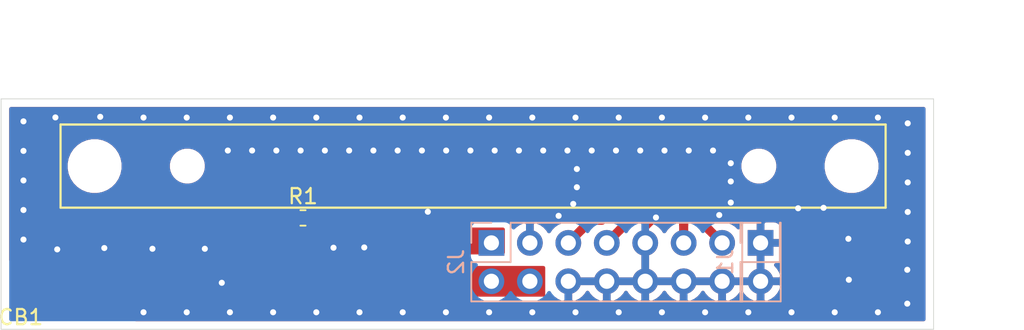
<source format=kicad_pcb>
(kicad_pcb (version 20171130) (host pcbnew 5.1.5+dfsg1-2build2)

  (general
    (thickness 0.5)
    (drawings 7)
    (tracks 115)
    (zones 0)
    (modules 5)
    (nets 9)
  )

  (page A4)
  (title_block
    (title BaSe_SATA_Adapter_V1_1)
    (rev V1_1)
    (company "Gras7 Labs.")
  )

  (layers
    (0 F.Cu signal hide)
    (31 B.Cu signal hide)
    (32 B.Adhes user hide)
    (33 F.Adhes user hide)
    (34 B.Paste user hide)
    (35 F.Paste user hide)
    (36 B.SilkS user hide)
    (37 F.SilkS user hide)
    (38 B.Mask user hide)
    (39 F.Mask user hide)
    (40 Dwgs.User user)
    (41 Cmts.User user hide)
    (42 Eco1.User user hide)
    (43 Eco2.User user hide)
    (44 Edge.Cuts user)
    (45 Margin user hide)
    (46 B.CrtYd user hide)
    (47 F.CrtYd user hide)
    (48 B.Fab user)
    (49 F.Fab user hide)
  )

  (setup
    (last_trace_width 0.25)
    (user_trace_width 0.4)
    (trace_clearance 0.2)
    (zone_clearance 0.508)
    (zone_45_only no)
    (trace_min 0.2)
    (via_size 0.8)
    (via_drill 0.4)
    (via_min_size 0.4)
    (via_min_drill 0.3)
    (uvia_size 0.3)
    (uvia_drill 0.1)
    (uvias_allowed no)
    (uvia_min_size 0.2)
    (uvia_min_drill 0.1)
    (edge_width 0.05)
    (segment_width 0.2)
    (pcb_text_width 0.3)
    (pcb_text_size 1.5 1.5)
    (mod_edge_width 0.12)
    (mod_text_size 1 1)
    (mod_text_width 0.15)
    (pad_size 1.524 1.524)
    (pad_drill 0.762)
    (pad_to_mask_clearance 0.051)
    (solder_mask_min_width 0.25)
    (aux_axis_origin 0 0)
    (visible_elements FFFFFF7F)
    (pcbplotparams
      (layerselection 0x0100c_ffffffff)
      (usegerberextensions false)
      (usegerberattributes false)
      (usegerberadvancedattributes false)
      (creategerberjobfile false)
      (excludeedgelayer true)
      (linewidth 0.100000)
      (plotframeref false)
      (viasonmask false)
      (mode 1)
      (useauxorigin false)
      (hpglpennumber 1)
      (hpglpenspeed 20)
      (hpglpendiameter 15.000000)
      (psnegative false)
      (psa4output false)
      (plotreference true)
      (plotvalue true)
      (plotinvisibletext false)
      (padsonsilk false)
      (subtractmaskfromsilk false)
      (outputformat 1)
      (mirror false)
      (drillshape 0)
      (scaleselection 1)
      (outputdirectory "fabrication/"))
  )

  (net 0 "")
  (net 1 +12V)
  (net 2 GND)
  (net 3 +5V)
  (net 4 /HDD_Rx-)
  (net 5 /HDD_Tx-)
  (net 6 /HDD_Tx+)
  (net 7 /HDD_Rx+)
  (net 8 /SPINUP_HDD)

  (net_class Default "This is the default net class."
    (clearance 0.2)
    (trace_width 0.25)
    (via_dia 0.8)
    (via_drill 0.4)
    (uvia_dia 0.3)
    (uvia_drill 0.1)
    (add_net +12V)
    (add_net +5V)
    (add_net /SPINUP_HDD)
    (add_net GND)
  )

  (net_class SATA_DIFF ""
    (clearance 0.35)
    (trace_width 0.6)
    (via_dia 0.8)
    (via_drill 0.4)
    (uvia_dia 0.3)
    (uvia_drill 0.1)
    (diff_pair_width 0.6)
    (diff_pair_gap 0.35)
    (add_net /HDD_Rx+)
    (add_net /HDD_Rx-)
    (add_net /HDD_Tx+)
    (add_net /HDD_Tx-)
  )

  (module G7_Labels:BaSe_SATA_Adapter_HDD_V1_1 (layer F.Cu) (tedit 5EEFC108) (tstamp 5E8CE222)
    (at 89.06 52.68)
    (path /5EC67178)
    (fp_text reference PCB1 (at 0 0.5) (layer F.SilkS)
      (effects (font (size 1 1) (thickness 0.15)))
    )
    (fp_text value BaSe_SATA_Adapter_HDD_V1_1 (at 10.54 0.32) (layer F.Fab)
      (effects (font (size 1 1) (thickness 0.15)))
    )
    (fp_text user HDD_V1_1 (at 0 -0.18) (layer F.Cu)
      (effects (font (size 1 1) (thickness 0.15)) (justify left))
    )
    (fp_text user BaSe_SATA_ADPT (at 0 -1.905) (layer F.Cu)
      (effects (font (size 1 1) (thickness 0.15)) (justify left))
    )
  )

  (module G7_Custom:Conn_SATA_FEM_3M_5622-2222 (layer F.Cu) (tedit 5E9F08E6) (tstamp 5E8CE254)
    (at 119.44 43.18)
    (path /5E8CCA14)
    (fp_text reference X1 (at -0.635 -12.065) (layer F.SilkS)
      (effects (font (size 1 1) (thickness 0.15)))
    )
    (fp_text value SATA_CONNECTOR_FEM (at 1.26 -2.78) (layer F.Fab)
      (effects (font (size 1 1) (thickness 0.15)))
    )
    (fp_line (start 6.35 -1.27) (end 6.985 -1.27) (layer F.Fab) (width 0.12))
    (fp_line (start 6.35 0.635) (end 6.35 -1.27) (layer F.Fab) (width 0.12))
    (fp_line (start 16.51 0.635) (end 6.35 0.635) (layer F.Fab) (width 0.12))
    (fp_line (start 16.51 0) (end 16.51 0.635) (layer F.Fab) (width 0.12))
    (fp_line (start 6.985 0) (end 16.51 0) (layer F.Fab) (width 0.12))
    (fp_line (start 6.985 -1.27) (end 6.985 0) (layer F.Fab) (width 0.12))
    (fp_line (start 3.175 -1.27) (end 2.54 -1.27) (layer F.Fab) (width 0.12))
    (fp_line (start 3.175 0.635) (end 3.175 -1.27) (layer F.Fab) (width 0.12))
    (fp_line (start -16.51 0.635) (end 3.175 0.635) (layer F.Fab) (width 0.12))
    (fp_line (start -16.51 0) (end -16.51 0.635) (layer F.Fab) (width 0.12))
    (fp_line (start 2.54 0) (end -16.51 0) (layer F.Fab) (width 0.12))
    (fp_line (start 2.54 -1.27) (end 2.54 0) (layer F.Fab) (width 0.12))
    (fp_circle (center -25 0) (end -23.73 0) (layer F.Fab) (width 0.12))
    (fp_circle (center -18.875 0) (end -18.24 0) (layer F.Fab) (width 0.12))
    (fp_circle (center 25 0) (end 26.27 0) (layer F.Fab) (width 0.12))
    (fp_circle (center 18.875 0) (end 19.51 0) (layer F.Fab) (width 0.12))
    (fp_line (start 27.25 -2.75) (end 27.25 2.75) (layer F.SilkS) (width 0.15))
    (fp_line (start -27.25 2.75) (end 27.25 2.75) (layer F.SilkS) (width 0.15))
    (fp_line (start -27.25 -2.75) (end -27.25 2.75) (layer F.SilkS) (width 0.15))
    (fp_line (start -27.25 -2.75) (end 27.25 -2.75) (layer F.SilkS) (width 0.15))
    (pad "" np_thru_hole circle (at 18.875 0) (size 1.3 1.3) (drill 1.3) (layers *.Cu *.Mask))
    (pad "" np_thru_hole circle (at -18.875 0) (size 1.3 1.3) (drill 1.3) (layers *.Cu *.Mask))
    (pad "" np_thru_hole circle (at 25 0) (size 2.55 2.55) (drill 2.55) (layers *.Cu *.Mask))
    (pad "" np_thru_hole circle (at -25 0) (size 2.55 2.55) (drill 2.55) (layers *.Cu *.Mask))
    (pad S7 smd rect (at 8.255 1.175) (size 0.6 2.35) (layers F.Cu F.Paste F.Mask)
      (net 2 GND))
    (pad S6 smd rect (at 9.525 1.175) (size 0.6 2.35) (layers F.Cu F.Paste F.Mask)
      (net 7 /HDD_Rx+))
    (pad S5 smd rect (at 10.795 1.175) (size 0.6 2.35) (layers F.Cu F.Paste F.Mask)
      (net 4 /HDD_Rx-))
    (pad S4 smd rect (at 12.065 1.175) (size 0.6 2.35) (layers F.Cu F.Paste F.Mask)
      (net 2 GND))
    (pad S3 smd rect (at 13.335 1.175) (size 0.6 2.35) (layers F.Cu F.Paste F.Mask)
      (net 5 /HDD_Tx-))
    (pad S2 smd rect (at 14.605 1.175) (size 0.6 2.35) (layers F.Cu F.Paste F.Mask)
      (net 6 /HDD_Tx+))
    (pad S1 smd rect (at 15.875 1.175) (size 0.6 2.35) (layers F.Cu F.Paste F.Mask)
      (net 2 GND))
    (pad P15 smd rect (at -15.875 1.175) (size 0.6 2.35) (layers F.Cu F.Paste F.Mask)
      (net 1 +12V))
    (pad P14 smd rect (at -14.605 1.175) (size 0.6 2.35) (layers F.Cu F.Paste F.Mask)
      (net 1 +12V))
    (pad P13 smd rect (at -13.335 1.175) (size 0.6 2.35) (layers F.Cu F.Paste F.Mask)
      (net 1 +12V))
    (pad P12 smd rect (at -12.065 1.175) (size 0.6 2.35) (layers F.Cu F.Paste F.Mask)
      (net 2 GND))
    (pad P11 smd rect (at -10.795 1.175) (size 0.6 2.35) (layers F.Cu F.Paste F.Mask)
      (net 8 /SPINUP_HDD))
    (pad P10 smd rect (at -9.525 1.175) (size 0.6 2.35) (layers F.Cu F.Paste F.Mask)
      (net 2 GND))
    (pad P9 smd rect (at -8.255 1.175) (size 0.6 2.35) (layers F.Cu F.Paste F.Mask)
      (net 3 +5V))
    (pad P8 smd rect (at -6.985 1.175) (size 0.6 2.35) (layers F.Cu F.Paste F.Mask)
      (net 3 +5V))
    (pad P7 smd rect (at -5.715 1.175) (size 0.6 2.35) (layers F.Cu F.Paste F.Mask)
      (net 3 +5V))
    (pad P6 smd rect (at -4.445 1.175) (size 0.6 2.35) (layers F.Cu F.Paste F.Mask)
      (net 2 GND))
    (pad P5 smd rect (at -3.175 1.175) (size 0.6 2.35) (layers F.Cu F.Paste F.Mask)
      (net 2 GND))
    (pad P4 smd rect (at -1.905 1.175) (size 0.6 2.35) (layers F.Cu F.Paste F.Mask)
      (net 2 GND))
    (pad P3 smd rect (at -0.635 1.175) (size 0.6 2.35) (layers F.Cu F.Paste F.Mask))
    (pad P2 smd rect (at 0.635 1.175) (size 0.6 2.35) (layers F.Cu F.Paste F.Mask))
    (pad P1 smd rect (at 1.9 1.175) (size 0.6 2.35) (layers F.Cu F.Paste F.Mask))
    (model ${G7_3D}/10_Elektronik/11_Steckverbinder/SATA_FEMALE_3M_Vertical5622-2222-XX_step.stp
      (offset (xyz 0 0.7 0))
      (scale (xyz 1 1 1))
      (rotate (xyz 90 0 180))
    )
  )

  (module G7_Custom:Conn_Spring_MaxMill_823-22-014-10-001101 (layer B.Cu) (tedit 5E9C78CF) (tstamp 5E9CD227)
    (at 120.65 48.26 270)
    (descr "Through hole straight pin header, 2x07, 2.54mm pitch, double rows")
    (tags "Through hole pin header THT 2x07 2.54mm double row")
    (path /5E9DC9EE)
    (fp_text reference J2 (at 1.27 2.33 270) (layer B.SilkS)
      (effects (font (size 1 1) (thickness 0.15)) (justify mirror))
    )
    (fp_text value 823-22-014-10-001101 (at -2.46 -5.55) (layer B.Fab)
      (effects (font (size 1 1) (thickness 0.15)) (justify mirror))
    )
    (fp_text user %R (at 1.27 -7.62) (layer B.Fab)
      (effects (font (size 1 1) (thickness 0.15)) (justify mirror))
    )
    (fp_line (start 4.35 1.8) (end -1.8 1.8) (layer B.CrtYd) (width 0.05))
    (fp_line (start 4.35 -17.05) (end 4.35 1.8) (layer B.CrtYd) (width 0.05))
    (fp_line (start -1.8 -17.05) (end 4.35 -17.05) (layer B.CrtYd) (width 0.05))
    (fp_line (start -1.8 1.8) (end -1.8 -17.05) (layer B.CrtYd) (width 0.05))
    (fp_line (start -1.33 1.33) (end 0 1.33) (layer B.SilkS) (width 0.12))
    (fp_line (start -1.33 0) (end -1.33 1.33) (layer B.SilkS) (width 0.12))
    (fp_line (start 1.27 1.33) (end 3.87 1.33) (layer B.SilkS) (width 0.12))
    (fp_line (start 1.27 -1.27) (end 1.27 1.33) (layer B.SilkS) (width 0.12))
    (fp_line (start -1.33 -1.27) (end 1.27 -1.27) (layer B.SilkS) (width 0.12))
    (fp_line (start 3.87 1.33) (end 3.87 -16.57) (layer B.SilkS) (width 0.12))
    (fp_line (start -1.33 -1.27) (end -1.33 -16.57) (layer B.SilkS) (width 0.12))
    (fp_line (start -1.33 -16.57) (end 3.87 -16.57) (layer B.SilkS) (width 0.12))
    (fp_line (start -1.27 0) (end 0 1.27) (layer B.Fab) (width 0.1))
    (fp_line (start -1.27 -16.51) (end -1.27 0) (layer B.Fab) (width 0.1))
    (fp_line (start 3.81 -16.51) (end -1.27 -16.51) (layer B.Fab) (width 0.1))
    (fp_line (start 3.81 1.27) (end 3.81 -16.51) (layer B.Fab) (width 0.1))
    (fp_line (start 0 1.27) (end 3.81 1.27) (layer B.Fab) (width 0.1))
    (pad 14 thru_hole oval (at 2.54 -15.24 270) (size 1.7 1.7) (drill 1) (layers *.Cu *.Mask)
      (net 2 GND))
    (pad 13 thru_hole oval (at 0 -15.24 270) (size 1.7 1.7) (drill 1) (layers *.Cu *.Mask)
      (net 6 /HDD_Tx+))
    (pad 12 thru_hole oval (at 2.54 -12.7 270) (size 1.7 1.7) (drill 1) (layers *.Cu *.Mask)
      (net 2 GND))
    (pad 11 thru_hole oval (at 0 -12.7 270) (size 1.7 1.7) (drill 1) (layers *.Cu *.Mask)
      (net 5 /HDD_Tx-))
    (pad 10 thru_hole oval (at 2.54 -10.16 270) (size 1.7 1.7) (drill 1) (layers *.Cu *.Mask)
      (net 2 GND))
    (pad 9 thru_hole oval (at 0 -10.16 270) (size 1.7 1.7) (drill 1) (layers *.Cu *.Mask)
      (net 2 GND))
    (pad 8 thru_hole oval (at 2.54 -7.62 270) (size 1.7 1.7) (drill 1) (layers *.Cu *.Mask)
      (net 2 GND))
    (pad 7 thru_hole oval (at 0 -7.62 270) (size 1.7 1.7) (drill 1) (layers *.Cu *.Mask)
      (net 4 /HDD_Rx-))
    (pad 6 thru_hole oval (at 2.54 -5.08 270) (size 1.7 1.7) (drill 1) (layers *.Cu *.Mask)
      (net 2 GND))
    (pad 5 thru_hole oval (at 0 -5.08 270) (size 1.7 1.7) (drill 1) (layers *.Cu *.Mask)
      (net 7 /HDD_Rx+))
    (pad 4 thru_hole oval (at 2.54 -2.54 270) (size 1.7 1.7) (drill 1) (layers *.Cu *.Mask)
      (net 1 +12V))
    (pad 3 thru_hole oval (at 0 -2.54 270) (size 1.7 1.7) (drill 1) (layers *.Cu *.Mask)
      (net 2 GND))
    (pad 2 thru_hole oval (at 2.54 0 270) (size 1.7 1.7) (drill 1) (layers *.Cu *.Mask)
      (net 1 +12V))
    (pad 1 thru_hole rect (at 0 0 270) (size 1.7 1.7) (drill 1) (layers *.Cu *.Mask)
      (net 3 +5V))
    (model ${G7_3D}/10_Elektronik/11_Steckverbinder/conn_spring_MaxMill_823-22-014-10-001101.stp
      (offset (xyz 1.27 -7.62 0))
      (scale (xyz 1 1 1))
      (rotate (xyz 0 0 0))
    )
  )

  (module G7_Custom:Conn_Spring_MaxMill_821-22-002-10-002101 (layer B.Cu) (tedit 5E9C7928) (tstamp 5E9CD203)
    (at 138.43 48.26 270)
    (descr "Through hole straight pin header, 2x01, 2.54mm pitch, double rows")
    (tags "Through hole pin header THT 2x01 2.54mm double row")
    (path /5E9DE9DB)
    (fp_text reference J1 (at 1.27 2.33 270) (layer B.SilkS)
      (effects (font (size 1 1) (thickness 0.15)) (justify mirror))
    )
    (fp_text value 821-22-002-10-004101 (at 4.94 -1.17) (layer B.Fab)
      (effects (font (size 1 1) (thickness 0.15)) (justify mirror))
    )
    (fp_text user %R (at 1.27 0) (layer B.Fab)
      (effects (font (size 1 1) (thickness 0.15)) (justify mirror))
    )
    (fp_line (start 4.35 1.8) (end -1.8 1.8) (layer B.CrtYd) (width 0.05))
    (fp_line (start 4.35 -1.8) (end 4.35 1.8) (layer B.CrtYd) (width 0.05))
    (fp_line (start -1.8 -1.8) (end 4.35 -1.8) (layer B.CrtYd) (width 0.05))
    (fp_line (start -1.8 1.8) (end -1.8 -1.8) (layer B.CrtYd) (width 0.05))
    (fp_line (start -1.33 1.33) (end 0 1.33) (layer B.SilkS) (width 0.12))
    (fp_line (start -1.33 0) (end -1.33 1.33) (layer B.SilkS) (width 0.12))
    (fp_line (start 1.27 1.33) (end 3.87 1.33) (layer B.SilkS) (width 0.12))
    (fp_line (start 1.27 -1.27) (end 1.27 1.33) (layer B.SilkS) (width 0.12))
    (fp_line (start -1.33 -1.27) (end 1.27 -1.27) (layer B.SilkS) (width 0.12))
    (fp_line (start 3.87 1.33) (end 3.87 -1.33) (layer B.SilkS) (width 0.12))
    (fp_line (start -1.33 -1.27) (end -1.33 -1.33) (layer B.SilkS) (width 0.12))
    (fp_line (start -1.33 -1.33) (end 3.87 -1.33) (layer B.SilkS) (width 0.12))
    (fp_line (start -1.27 0) (end 0 1.27) (layer B.Fab) (width 0.1))
    (fp_line (start -1.27 -1.27) (end -1.27 0) (layer B.Fab) (width 0.1))
    (fp_line (start 3.81 -1.27) (end -1.27 -1.27) (layer B.Fab) (width 0.1))
    (fp_line (start 3.81 1.27) (end 3.81 -1.27) (layer B.Fab) (width 0.1))
    (fp_line (start 0 1.27) (end 3.81 1.27) (layer B.Fab) (width 0.1))
    (pad 2 thru_hole oval (at 2.54 0 270) (size 1.7 1.7) (drill 1) (layers *.Cu *.Mask)
      (net 2 GND))
    (pad 1 thru_hole rect (at 0 0 270) (size 1.7 1.7) (drill 1) (layers *.Cu *.Mask)
      (net 2 GND))
    (model ${G7_3D}/10_Elektronik/11_Steckverbinder/conn_Spring_MaxMill_821-22-002-10-002101.stp
      (offset (xyz 1.27 0 0))
      (scale (xyz 1 1 1))
      (rotate (xyz 0 0 0))
    )
  )

  (module Resistor_SMD:R_0603_1608Metric_Pad1.05x0.95mm_HandSolder (layer F.Cu) (tedit 5B301BBD) (tstamp 5E93C4CB)
    (at 108.204 46.609)
    (descr "Resistor SMD 0603 (1608 Metric), square (rectangular) end terminal, IPC_7351 nominal with elongated pad for handsoldering. (Body size source: http://www.tortai-tech.com/upload/download/2011102023233369053.pdf), generated with kicad-footprint-generator")
    (tags "resistor handsolder")
    (path /5E915DDE)
    (attr smd)
    (fp_text reference R1 (at 0 -1.43) (layer F.SilkS)
      (effects (font (size 1 1) (thickness 0.15)))
    )
    (fp_text value No (at 0 1.43) (layer F.Fab)
      (effects (font (size 1 1) (thickness 0.15)))
    )
    (fp_text user %R (at 0 0) (layer F.Fab)
      (effects (font (size 0.4 0.4) (thickness 0.06)))
    )
    (fp_line (start 1.65 0.73) (end -1.65 0.73) (layer F.CrtYd) (width 0.05))
    (fp_line (start 1.65 -0.73) (end 1.65 0.73) (layer F.CrtYd) (width 0.05))
    (fp_line (start -1.65 -0.73) (end 1.65 -0.73) (layer F.CrtYd) (width 0.05))
    (fp_line (start -1.65 0.73) (end -1.65 -0.73) (layer F.CrtYd) (width 0.05))
    (fp_line (start -0.171267 0.51) (end 0.171267 0.51) (layer F.SilkS) (width 0.12))
    (fp_line (start -0.171267 -0.51) (end 0.171267 -0.51) (layer F.SilkS) (width 0.12))
    (fp_line (start 0.8 0.4) (end -0.8 0.4) (layer F.Fab) (width 0.1))
    (fp_line (start 0.8 -0.4) (end 0.8 0.4) (layer F.Fab) (width 0.1))
    (fp_line (start -0.8 -0.4) (end 0.8 -0.4) (layer F.Fab) (width 0.1))
    (fp_line (start -0.8 0.4) (end -0.8 -0.4) (layer F.Fab) (width 0.1))
    (pad 2 smd roundrect (at 0.875 0) (size 1.05 0.95) (layers F.Cu F.Paste F.Mask) (roundrect_rratio 0.25)
      (net 8 /SPINUP_HDD))
    (pad 1 smd roundrect (at -0.875 0) (size 1.05 0.95) (layers F.Cu F.Paste F.Mask) (roundrect_rratio 0.25)
      (net 2 GND))
    (model ${KISYS3DMOD}/Resistor_SMD.3dshapes/R_0603_1608Metric.wrl
      (at (xyz 0 0 0))
      (scale (xyz 1 1 1))
      (rotate (xyz 0 0 0))
    )
  )

  (gr_text long (at 141.57 49.44 90) (layer F.Cu)
    (effects (font (size 1.2 1.2) (thickness 0.25)))
  )
  (dimension 15.24 (width 0.15) (layer Dwgs.User)
    (gr_text "15,240 mm" (at 154.49 46.355 270) (layer Dwgs.User)
      (effects (font (size 1 1) (thickness 0.15)))
    )
    (feature1 (pts (xy 149.86 53.975) (xy 153.776421 53.975)))
    (feature2 (pts (xy 149.86 38.735) (xy 153.776421 38.735)))
    (crossbar (pts (xy 153.19 38.735) (xy 153.19 53.975)))
    (arrow1a (pts (xy 153.19 53.975) (xy 152.603579 52.848496)))
    (arrow1b (pts (xy 153.19 53.975) (xy 153.776421 52.848496)))
    (arrow2a (pts (xy 153.19 38.735) (xy 152.603579 39.861504)))
    (arrow2b (pts (xy 153.19 38.735) (xy 153.776421 39.861504)))
  )
  (dimension 61.595 (width 0.15) (layer Dwgs.User)
    (gr_text "61,595 mm" (at 119.0625 32.89) (layer Dwgs.User)
      (effects (font (size 1 1) (thickness 0.15)))
    )
    (feature1 (pts (xy 149.86 38.735) (xy 149.86 33.603579)))
    (feature2 (pts (xy 88.265 38.735) (xy 88.265 33.603579)))
    (crossbar (pts (xy 88.265 34.19) (xy 149.86 34.19)))
    (arrow1a (pts (xy 149.86 34.19) (xy 148.733496 34.776421)))
    (arrow1b (pts (xy 149.86 34.19) (xy 148.733496 33.603579)))
    (arrow2a (pts (xy 88.265 34.19) (xy 89.391504 34.776421)))
    (arrow2b (pts (xy 88.265 34.19) (xy 89.391504 33.603579)))
  )
  (gr_line (start 88.265 53.975) (end 88.265 38.735) (layer Edge.Cuts) (width 0.05) (tstamp 5E8FD5DF))
  (gr_line (start 149.86 53.975) (end 88.265 53.975) (layer Edge.Cuts) (width 0.05))
  (gr_line (start 149.86 38.735) (end 149.86 53.975) (layer Edge.Cuts) (width 0.05))
  (gr_line (start 88.265 38.735) (end 149.86 38.735) (layer Edge.Cuts) (width 0.05))

  (via (at 148.15 42.305) (size 0.8) (drill 0.4) (layers F.Cu B.Cu) (net 2) (tstamp 5EF01BDF))
  (via (at 148.15 48.17) (size 0.8) (drill 0.4) (layers F.Cu B.Cu) (net 2) (tstamp 5EF01BE0))
  (via (at 148.15 44.26) (size 0.8) (drill 0.4) (layers F.Cu B.Cu) (net 2) (tstamp 5EF01BE1))
  (via (at 148.15 46.215) (size 0.8) (drill 0.4) (layers F.Cu B.Cu) (net 2) (tstamp 5EF01BE2))
  (via (at 148.15 40.35) (size 0.8) (drill 0.4) (layers F.Cu B.Cu) (net 2) (tstamp 5EF01BE3))
  (via (at 106.230587 39.97) (size 0.8) (drill 0.4) (layers F.Cu B.Cu) (net 2) (tstamp 5EF01EDB))
  (via (at 146.18 39.97) (size 0.8) (drill 0.4) (layers F.Cu B.Cu) (net 2) (tstamp 5EF01EDC))
  (via (at 143.326464 39.97) (size 0.8) (drill 0.4) (layers F.Cu B.Cu) (net 2) (tstamp 5EF01EDD))
  (via (at 120.498232 39.97) (size 0.8) (drill 0.4) (layers F.Cu B.Cu) (net 2) (tstamp 5EF01EDE))
  (via (at 103.377058 39.97) (size 0.8) (drill 0.4) (layers F.Cu B.Cu) (net 2) (tstamp 5EF01EDF))
  (via (at 123.351761 39.97) (size 0.8) (drill 0.4) (layers F.Cu B.Cu) (net 2) (tstamp 5EF01EE0))
  (via (at 117.644703 39.97) (size 0.8) (drill 0.4) (layers F.Cu B.Cu) (net 2) (tstamp 5EF01EE1))
  (via (at 137.619406 39.97) (size 0.8) (drill 0.4) (layers F.Cu B.Cu) (net 2) (tstamp 5EF01EE2))
  (via (at 109.084116 39.97) (size 0.8) (drill 0.4) (layers F.Cu B.Cu) (net 2) (tstamp 5EF01EE3))
  (via (at 140.472935 39.97) (size 0.8) (drill 0.4) (layers F.Cu B.Cu) (net 2) (tstamp 5EF01EE4))
  (via (at 134.765877 39.97) (size 0.8) (drill 0.4) (layers F.Cu B.Cu) (net 2) (tstamp 5EF01EE5))
  (via (at 131.912348 39.97) (size 0.8) (drill 0.4) (layers F.Cu B.Cu) (net 2) (tstamp 5EF01EE6))
  (via (at 126.20529 39.97) (size 0.8) (drill 0.4) (layers F.Cu B.Cu) (net 2) (tstamp 5EF01EE7))
  (via (at 111.937645 39.97) (size 0.8) (drill 0.4) (layers F.Cu B.Cu) (net 2) (tstamp 5EF01EE8))
  (via (at 97.67 39.97) (size 0.8) (drill 0.4) (layers F.Cu B.Cu) (net 2) (tstamp 5EF01EE9))
  (via (at 114.791174 39.97) (size 0.8) (drill 0.4) (layers F.Cu B.Cu) (net 2) (tstamp 5EF01EEA))
  (via (at 129.058819 39.97) (size 0.8) (drill 0.4) (layers F.Cu B.Cu) (net 2) (tstamp 5EF01EEB))
  (via (at 100.523529 39.97) (size 0.8) (drill 0.4) (layers F.Cu B.Cu) (net 2) (tstamp 5EF01EEC))
  (via (at 125.67395 42.151) (size 0.8) (drill 0.4) (layers F.Cu B.Cu) (net 2))
  (via (at 125.09 46.47) (size 0.8) (drill 0.4) (layers F.Cu B.Cu) (net 2))
  (via (at 131.52 46.58) (size 0.8) (drill 0.4) (layers F.Cu B.Cu) (net 2))
  (via (at 127.276375 42.151) (size 0.8) (drill 0.4) (layers F.Cu B.Cu) (net 2))
  (via (at 128.8788 42.151) (size 0.8) (drill 0.4) (layers F.Cu B.Cu) (net 2))
  (via (at 130.481225 42.151) (size 0.8) (drill 0.4) (layers F.Cu B.Cu) (net 2))
  (via (at 132.08365 42.151) (size 0.8) (drill 0.4) (layers F.Cu B.Cu) (net 2))
  (via (at 133.686075 42.151) (size 0.8) (drill 0.4) (layers F.Cu B.Cu) (net 2))
  (via (at 135.2885 42.151) (size 0.8) (drill 0.4) (layers F.Cu B.Cu) (net 2))
  (via (at 135.6995 46.4185) (size 0.8) (drill 0.4) (layers F.Cu B.Cu) (net 2))
  (via (at 136.4615 45.593) (size 0.8) (drill 0.4) (layers F.Cu B.Cu) (net 2))
  (via (at 136.4615 42.9895) (size 0.8) (drill 0.4) (layers F.Cu B.Cu) (net 2))
  (via (at 136.4615 44.196) (size 0.8) (drill 0.4) (layers F.Cu B.Cu) (net 2))
  (via (at 126.295 43.373) (size 0.8) (drill 0.4) (layers F.Cu B.Cu) (net 2))
  (via (at 126.295 44.5795) (size 0.8) (drill 0.4) (layers F.Cu B.Cu) (net 2))
  (via (at 126.055 45.6825) (size 0.8) (drill 0.4) (layers F.Cu B.Cu) (net 2))
  (via (at 103.24 42.151) (size 0.8) (drill 0.4) (layers F.Cu B.Cu) (net 2))
  (via (at 104.842425 42.151) (size 0.8) (drill 0.4) (layers F.Cu B.Cu) (net 2))
  (via (at 106.44485 42.151) (size 0.8) (drill 0.4) (layers F.Cu B.Cu) (net 2))
  (via (at 108.047275 42.151) (size 0.8) (drill 0.4) (layers F.Cu B.Cu) (net 2))
  (via (at 109.6497 42.151) (size 0.8) (drill 0.4) (layers F.Cu B.Cu) (net 2))
  (via (at 111.252125 42.151) (size 0.8) (drill 0.4) (layers F.Cu B.Cu) (net 2))
  (via (at 112.85455 42.151) (size 0.8) (drill 0.4) (layers F.Cu B.Cu) (net 2))
  (via (at 114.456975 42.151) (size 0.8) (drill 0.4) (layers F.Cu B.Cu) (net 2))
  (via (at 116.0594 42.151) (size 0.8) (drill 0.4) (layers F.Cu B.Cu) (net 2))
  (via (at 117.661825 42.151) (size 0.8) (drill 0.4) (layers F.Cu B.Cu) (net 2))
  (via (at 119.26425 42.151) (size 0.8) (drill 0.4) (layers F.Cu B.Cu) (net 2))
  (via (at 120.866675 42.151) (size 0.8) (drill 0.4) (layers F.Cu B.Cu) (net 2))
  (via (at 122.4691 42.151) (size 0.8) (drill 0.4) (layers F.Cu B.Cu) (net 2))
  (via (at 124.071525 42.151) (size 0.8) (drill 0.4) (layers F.Cu B.Cu) (net 2))
  (via (at 89.74 40.22) (size 0.8) (drill 0.4) (layers F.Cu B.Cu) (net 2))
  (via (at 89.74 42.175) (size 0.8) (drill 0.4) (layers F.Cu B.Cu) (net 2))
  (via (at 89.74 44.13) (size 0.8) (drill 0.4) (layers F.Cu B.Cu) (net 2))
  (via (at 89.74 46.085) (size 0.8) (drill 0.4) (layers F.Cu B.Cu) (net 2))
  (via (at 89.74 48.04) (size 0.8) (drill 0.4) (layers F.Cu B.Cu) (net 2))
  (via (at 148.12 50.04) (size 0.8) (drill 0.4) (layers F.Cu B.Cu) (net 2))
  (via (at 148.12 52.28) (size 0.8) (drill 0.4) (layers F.Cu B.Cu) (net 2))
  (via (at 97.67 52.85) (size 0.8) (drill 0.4) (layers F.Cu B.Cu) (net 2))
  (via (at 100.523529 52.85) (size 0.8) (drill 0.4) (layers F.Cu B.Cu) (net 2))
  (via (at 103.377058 52.85) (size 0.8) (drill 0.4) (layers F.Cu B.Cu) (net 2))
  (via (at 109.084116 52.85) (size 0.8) (drill 0.4) (layers F.Cu B.Cu) (net 2))
  (via (at 111.937645 52.85) (size 0.8) (drill 0.4) (layers F.Cu B.Cu) (net 2))
  (via (at 114.791174 52.85) (size 0.8) (drill 0.4) (layers F.Cu B.Cu) (net 2))
  (via (at 106.230587 52.85) (size 0.8) (drill 0.4) (layers F.Cu B.Cu) (net 2))
  (via (at 117.644703 52.85) (size 0.8) (drill 0.4) (layers F.Cu B.Cu) (net 2))
  (via (at 120.498232 52.85) (size 0.8) (drill 0.4) (layers F.Cu B.Cu) (net 2))
  (via (at 123.351761 52.85) (size 0.8) (drill 0.4) (layers F.Cu B.Cu) (net 2))
  (via (at 126.20529 52.85) (size 0.8) (drill 0.4) (layers F.Cu B.Cu) (net 2))
  (via (at 129.058819 52.85) (size 0.8) (drill 0.4) (layers F.Cu B.Cu) (net 2))
  (via (at 131.912348 52.85) (size 0.8) (drill 0.4) (layers F.Cu B.Cu) (net 2))
  (via (at 134.765877 52.85) (size 0.8) (drill 0.4) (layers F.Cu B.Cu) (net 2))
  (via (at 137.619406 52.85) (size 0.8) (drill 0.4) (layers F.Cu B.Cu) (net 2))
  (via (at 140.472935 52.85) (size 0.8) (drill 0.4) (layers F.Cu B.Cu) (net 2))
  (via (at 143.326464 52.85) (size 0.8) (drill 0.4) (layers F.Cu B.Cu) (net 2))
  (via (at 146.18 52.85) (size 0.8) (drill 0.4) (layers F.Cu B.Cu) (net 2))
  (via (at 94.81 39.92) (size 0.8) (drill 0.4) (layers F.Cu B.Cu) (net 2))
  (via (at 91.85 39.96) (size 0.8) (drill 0.4) (layers F.Cu B.Cu) (net 2))
  (via (at 91.97 48.69) (size 0.8) (drill 0.4) (layers F.Cu B.Cu) (net 2))
  (via (at 95.08 48.6) (size 0.8) (drill 0.4) (layers F.Cu B.Cu) (net 2))
  (via (at 98.26 48.65) (size 0.8) (drill 0.4) (layers F.Cu B.Cu) (net 2))
  (via (at 101.72 48.65) (size 0.8) (drill 0.4) (layers F.Cu B.Cu) (net 2))
  (via (at 102.84 50.9) (size 0.8) (drill 0.4) (layers F.Cu B.Cu) (net 2))
  (via (at 112.25 48.56) (size 0.8) (drill 0.4) (layers F.Cu B.Cu) (net 2))
  (via (at 110.22 48.58) (size 0.8) (drill 0.4) (layers F.Cu B.Cu) (net 2))
  (via (at 116.45 46.2) (size 0.8) (drill 0.4) (layers F.Cu B.Cu) (net 2))
  (via (at 140.91 45.97) (size 0.8) (drill 0.4) (layers F.Cu B.Cu) (net 2))
  (via (at 142.59 45.94) (size 0.8) (drill 0.4) (layers F.Cu B.Cu) (net 2))
  (via (at 144.23 47.99) (size 0.8) (drill 0.4) (layers F.Cu B.Cu) (net 2))
  (via (at 144.26 50.7) (size 0.8) (drill 0.4) (layers F.Cu B.Cu) (net 2))
  (segment (start 130.81 47.29) (end 131.52 46.58) (width 0.4) (layer F.Cu) (net 2))
  (segment (start 130.81 48.26) (end 130.81 47.29) (width 0.4) (layer F.Cu) (net 2))
  (segment (start 129.119999 47.410001) (end 128.27 48.26) (width 0.6) (layer F.Cu) (net 4))
  (segment (start 129.91501 46.61499) (end 129.119999 47.410001) (width 0.6) (layer F.Cu) (net 4))
  (segment (start 129.91501 45.39499) (end 129.91501 46.61499) (width 0.6) (layer F.Cu) (net 4))
  (segment (start 130.235 45.075) (end 129.91501 45.39499) (width 0.6) (layer F.Cu) (net 4))
  (segment (start 130.235 44.355) (end 130.235 45.075) (width 0.6) (layer F.Cu) (net 4))
  (segment (start 133.35 47.057919) (end 133.35 48.26) (width 0.6) (layer F.Cu) (net 5))
  (segment (start 133.35 46.134498) (end 133.35 47.057919) (width 0.6) (layer F.Cu) (net 5))
  (segment (start 132.775 45.559498) (end 133.35 46.134498) (width 0.6) (layer F.Cu) (net 5))
  (segment (start 132.775 44.355) (end 132.775 45.559498) (width 0.6) (layer F.Cu) (net 5))
  (segment (start 135.040001 47.410001) (end 135.89 48.26) (width 0.6) (layer F.Cu) (net 6))
  (segment (start 134.3 46.67) (end 135.040001 47.410001) (width 0.6) (layer F.Cu) (net 6))
  (segment (start 134.3 45.740981) (end 134.3 46.67) (width 0.6) (layer F.Cu) (net 6))
  (segment (start 134.045 45.485981) (end 134.3 45.740981) (width 0.6) (layer F.Cu) (net 6))
  (segment (start 134.045 44.355) (end 134.045 45.485981) (width 0.6) (layer F.Cu) (net 6))
  (segment (start 127.230001 46.759999) (end 126.579999 47.410001) (width 0.6) (layer F.Cu) (net 7))
  (segment (start 127.935003 46.759999) (end 127.230001 46.759999) (width 0.6) (layer F.Cu) (net 7))
  (segment (start 126.579999 47.410001) (end 125.73 48.26) (width 0.6) (layer F.Cu) (net 7))
  (segment (start 128.965 45.730002) (end 127.935003 46.759999) (width 0.6) (layer F.Cu) (net 7))
  (segment (start 128.965 44.355) (end 128.965 45.730002) (width 0.6) (layer F.Cu) (net 7))
  (segment (start 108.645 46.175) (end 109.079 46.609) (width 0.25) (layer F.Cu) (net 8))
  (segment (start 108.645 44.355) (end 108.645 46.175) (width 0.25) (layer F.Cu) (net 8))

  (zone (net 1) (net_name +12V) (layer F.Cu) (tstamp 5EFD04DF) (hatch edge 0.508)
    (priority 2)
    (connect_pads yes (clearance 0.508))
    (min_thickness 0.254)
    (fill yes (arc_segments 32) (thermal_gap 0.508) (thermal_bridge_width 0.508))
    (polygon
      (pts
        (xy 106.553 46.736) (xy 109.601 49.784) (xy 124.206 49.784) (xy 124.206 51.816) (xy 112.141 51.816)
        (xy 107.188 51.689) (xy 102.997 47.879) (xy 102.997 45.847) (xy 102.997 43.053) (xy 106.553 43.053)
      )
    )
    (filled_polygon
      (pts
        (xy 104.740486 43.186) (xy 104.944364 43.186) (xy 104.974528 43.18) (xy 106.312747 43.18) (xy 106.342911 43.186)
        (xy 106.426 43.186) (xy 106.426 45.749404) (xy 106.422377 45.752377) (xy 106.313488 45.885058) (xy 106.232577 46.036433)
        (xy 106.182752 46.200684) (xy 106.165928 46.3715) (xy 106.165928 46.8465) (xy 106.182752 47.017316) (xy 106.232577 47.181567)
        (xy 106.313488 47.332942) (xy 106.422377 47.465623) (xy 106.555058 47.574512) (xy 106.706433 47.655423) (xy 106.870684 47.705248)
        (xy 107.0415 47.722072) (xy 107.359466 47.722072) (xy 109.511197 49.873803) (xy 109.530443 49.889597) (xy 109.552399 49.901333)
        (xy 109.576224 49.90856) (xy 109.601 49.911) (xy 124.079 49.911) (xy 124.079 51.689) (xy 112.142617 51.689)
        (xy 107.238476 51.563253) (xy 103.124 47.82282) (xy 103.124 43.183203) (xy 103.138061 43.186) (xy 103.341939 43.186)
        (xy 103.372103 43.18) (xy 104.710322 43.18)
      )
    )
  )
  (zone (net 3) (net_name +5V) (layer F.Cu) (tstamp 5EFD04DC) (hatch edge 0.508)
    (priority 2)
    (connect_pads yes (clearance 0.508))
    (min_thickness 0.254)
    (fill yes (arc_segments 32) (thermal_gap 0.508) (thermal_bridge_width 0.508))
    (polygon
      (pts
        (xy 114.173 45.593) (xy 115.824 47.244) (xy 121.539 47.244) (xy 121.539 49.022) (xy 114.554 49.022)
        (xy 110.871 45.466) (xy 110.871 43.18) (xy 114.046 43.18)
      )
    )
    (filled_polygon
      (pts
        (xy 114.046176 45.599675) (xy 114.049915 45.624289) (xy 114.058384 45.6477) (xy 114.071258 45.66901) (xy 114.074856 45.673167)
        (xy 114.105498 45.77418) (xy 114.164463 45.884494) (xy 114.243815 45.981185) (xy 114.340506 46.060537) (xy 114.45082 46.119502)
        (xy 114.549974 46.14958) (xy 115.734197 47.333803) (xy 115.753443 47.349597) (xy 115.775399 47.361333) (xy 115.799224 47.36856)
        (xy 115.824 47.371) (xy 121.412 47.371) (xy 121.412 48.895) (xy 114.605305 48.895) (xy 110.998 45.412085)
        (xy 110.998 43.307) (xy 113.925509 43.307)
      )
    )
  )
  (zone (net 2) (net_name GND) (layer F.Cu) (tstamp 5EFD04D9) (hatch edge 0.508)
    (connect_pads (clearance 0.508))
    (min_thickness 0.254)
    (fill yes (arc_segments 32) (thermal_gap 0.508) (thermal_bridge_width 0.508))
    (polygon
      (pts
        (xy 149.86 53.975) (xy 88.265 53.975) (xy 88.265 38.735) (xy 149.86 38.735)
      )
    )
    (filled_polygon
      (pts
        (xy 149.200001 53.315) (xy 97.178333 53.315) (xy 97.178333 52.3025) (xy 102.130714 52.3025) (xy 102.130714 49.3825)
        (xy 88.925 49.3825) (xy 88.925 42.991881) (xy 92.53 42.991881) (xy 92.53 43.368119) (xy 92.6034 43.737127)
        (xy 92.74738 44.084724) (xy 92.956406 44.397554) (xy 93.222446 44.663594) (xy 93.535276 44.87262) (xy 93.882873 45.0166)
        (xy 94.251881 45.09) (xy 94.628119 45.09) (xy 94.997127 45.0166) (xy 95.344724 44.87262) (xy 95.657554 44.663594)
        (xy 95.923594 44.397554) (xy 96.13262 44.084724) (xy 96.2766 43.737127) (xy 96.35 43.368119) (xy 96.35 43.053439)
        (xy 99.28 43.053439) (xy 99.28 43.306561) (xy 99.329381 43.554821) (xy 99.426247 43.788676) (xy 99.566875 43.99914)
        (xy 99.74586 44.178125) (xy 99.956324 44.318753) (xy 100.190179 44.415619) (xy 100.438439 44.465) (xy 100.691561 44.465)
        (xy 100.939821 44.415619) (xy 101.173676 44.318753) (xy 101.38414 44.178125) (xy 101.563125 43.99914) (xy 101.703753 43.788676)
        (xy 101.800619 43.554821) (xy 101.85 43.306561) (xy 101.85 43.053439) (xy 101.849913 43.053) (xy 102.362 43.053)
        (xy 102.362 47.879) (xy 102.380799 48.032366) (xy 102.422559 48.149634) (xy 102.486395 48.256501) (xy 102.569853 48.348862)
        (xy 106.760853 52.158862) (xy 106.821795 52.207767) (xy 106.930038 52.269242) (xy 107.048194 52.308419) (xy 107.171723 52.323791)
        (xy 112.124723 52.450791) (xy 112.141 52.451) (xy 124.206 52.451) (xy 124.329882 52.438799) (xy 124.449004 52.402664)
        (xy 124.558787 52.343983) (xy 124.655013 52.265013) (xy 124.733983 52.168787) (xy 124.792664 52.059004) (xy 124.820982 51.965651)
        (xy 124.96308 52.071641) (xy 125.225901 52.196825) (xy 125.37311 52.241476) (xy 125.603 52.120155) (xy 125.603 50.927)
        (xy 125.857 50.927) (xy 125.857 52.120155) (xy 126.08689 52.241476) (xy 126.234099 52.196825) (xy 126.49692 52.071641)
        (xy 126.730269 51.897588) (xy 126.925178 51.681355) (xy 127 51.555745) (xy 127.074822 51.681355) (xy 127.269731 51.897588)
        (xy 127.50308 52.071641) (xy 127.765901 52.196825) (xy 127.91311 52.241476) (xy 128.143 52.120155) (xy 128.143 50.927)
        (xy 128.397 50.927) (xy 128.397 52.120155) (xy 128.62689 52.241476) (xy 128.774099 52.196825) (xy 129.03692 52.071641)
        (xy 129.270269 51.897588) (xy 129.465178 51.681355) (xy 129.54 51.555745) (xy 129.614822 51.681355) (xy 129.809731 51.897588)
        (xy 130.04308 52.071641) (xy 130.305901 52.196825) (xy 130.45311 52.241476) (xy 130.683 52.120155) (xy 130.683 50.927)
        (xy 130.937 50.927) (xy 130.937 52.120155) (xy 131.16689 52.241476) (xy 131.314099 52.196825) (xy 131.57692 52.071641)
        (xy 131.810269 51.897588) (xy 132.005178 51.681355) (xy 132.08 51.555745) (xy 132.154822 51.681355) (xy 132.349731 51.897588)
        (xy 132.58308 52.071641) (xy 132.845901 52.196825) (xy 132.99311 52.241476) (xy 133.223 52.120155) (xy 133.223 50.927)
        (xy 133.477 50.927) (xy 133.477 52.120155) (xy 133.70689 52.241476) (xy 133.854099 52.196825) (xy 134.11692 52.071641)
        (xy 134.350269 51.897588) (xy 134.545178 51.681355) (xy 134.62 51.555745) (xy 134.694822 51.681355) (xy 134.889731 51.897588)
        (xy 135.12308 52.071641) (xy 135.385901 52.196825) (xy 135.53311 52.241476) (xy 135.763 52.120155) (xy 135.763 50.927)
        (xy 136.017 50.927) (xy 136.017 52.120155) (xy 136.24689 52.241476) (xy 136.394099 52.196825) (xy 136.65692 52.071641)
        (xy 136.890269 51.897588) (xy 137.085178 51.681355) (xy 137.16 51.555745) (xy 137.234822 51.681355) (xy 137.429731 51.897588)
        (xy 137.66308 52.071641) (xy 137.925901 52.196825) (xy 138.07311 52.241476) (xy 138.303 52.120155) (xy 138.303 50.927)
        (xy 138.557 50.927) (xy 138.557 52.120155) (xy 138.78689 52.241476) (xy 138.934099 52.196825) (xy 139.19692 52.071641)
        (xy 139.430269 51.897588) (xy 139.625178 51.681355) (xy 139.774157 51.431252) (xy 139.871481 51.156891) (xy 139.750814 50.927)
        (xy 138.557 50.927) (xy 138.303 50.927) (xy 136.017 50.927) (xy 135.763 50.927) (xy 133.477 50.927)
        (xy 133.223 50.927) (xy 130.937 50.927) (xy 130.683 50.927) (xy 128.397 50.927) (xy 128.143 50.927)
        (xy 125.857 50.927) (xy 125.603 50.927) (xy 125.583 50.927) (xy 125.583 50.673) (xy 125.603 50.673)
        (xy 125.603 50.653) (xy 125.857 50.653) (xy 125.857 50.673) (xy 128.143 50.673) (xy 128.143 50.653)
        (xy 128.397 50.653) (xy 128.397 50.673) (xy 130.683 50.673) (xy 130.683 48.387) (xy 130.663 48.387)
        (xy 130.663 48.133) (xy 130.683 48.133) (xy 130.683 48.113) (xy 130.937 48.113) (xy 130.937 48.133)
        (xy 130.957 48.133) (xy 130.957 48.387) (xy 130.937 48.387) (xy 130.937 50.673) (xy 133.223 50.673)
        (xy 133.223 50.653) (xy 133.477 50.653) (xy 133.477 50.673) (xy 135.763 50.673) (xy 135.763 50.653)
        (xy 136.017 50.653) (xy 136.017 50.673) (xy 138.303 50.673) (xy 138.303 48.387) (xy 138.557 48.387)
        (xy 138.557 50.673) (xy 139.750814 50.673) (xy 139.871481 50.443109) (xy 139.774157 50.168748) (xy 139.625178 49.918645)
        (xy 139.448374 49.722498) (xy 139.52418 49.699502) (xy 139.634494 49.640537) (xy 139.731185 49.561185) (xy 139.810537 49.464494)
        (xy 139.869502 49.35418) (xy 139.905812 49.234482) (xy 139.918072 49.11) (xy 139.915 48.54575) (xy 139.75625 48.387)
        (xy 138.557 48.387) (xy 138.303 48.387) (xy 138.283 48.387) (xy 138.283 48.133) (xy 138.303 48.133)
        (xy 138.303 46.93375) (xy 138.557 46.93375) (xy 138.557 48.133) (xy 139.75625 48.133) (xy 139.915 47.97425)
        (xy 139.918072 47.41) (xy 139.905812 47.285518) (xy 139.869502 47.16582) (xy 139.810537 47.055506) (xy 139.731185 46.958815)
        (xy 139.634494 46.879463) (xy 139.52418 46.820498) (xy 139.404482 46.784188) (xy 139.28 46.771928) (xy 138.71575 46.775)
        (xy 138.557 46.93375) (xy 138.303 46.93375) (xy 138.14425 46.775) (xy 137.58 46.771928) (xy 137.455518 46.784188)
        (xy 137.33582 46.820498) (xy 137.225506 46.879463) (xy 137.128815 46.958815) (xy 137.049463 47.055506) (xy 136.990498 47.16582)
        (xy 136.968487 47.23838) (xy 136.836632 47.106525) (xy 136.593411 46.94401) (xy 136.323158 46.832068) (xy 136.03626 46.775)
        (xy 135.74374 46.775) (xy 135.730019 46.777729) (xy 135.689433 46.737143) (xy 140.0085 46.737143) (xy 140.0085 52.142857)
        (xy 143.3285 52.142857) (xy 143.3285 46.737143) (xy 140.0085 46.737143) (xy 135.689433 46.737143) (xy 135.235 46.282711)
        (xy 135.235 45.786905) (xy 135.239523 45.74098) (xy 135.235 45.695055) (xy 135.235 45.695049) (xy 135.223283 45.576091)
        (xy 135.221471 45.557688) (xy 135.202736 45.495928) (xy 135.188 45.447349) (xy 135.188 44.482) (xy 135.442 44.482)
        (xy 135.442 46.00625) (xy 135.60075 46.165) (xy 135.615 46.168072) (xy 135.739482 46.155812) (xy 135.85918 46.119502)
        (xy 135.969494 46.060537) (xy 136.066185 45.981185) (xy 136.145537 45.884494) (xy 136.204502 45.77418) (xy 136.240812 45.654482)
        (xy 136.253072 45.53) (xy 136.25 44.64075) (xy 136.09125 44.482) (xy 135.442 44.482) (xy 135.188 44.482)
        (xy 135.168 44.482) (xy 135.168 44.228) (xy 135.188 44.228) (xy 135.188 42.70375) (xy 135.442 42.70375)
        (xy 135.442 44.228) (xy 136.09125 44.228) (xy 136.25 44.06925) (xy 136.253072 43.18) (xy 136.240812 43.055518)
        (xy 136.240182 43.053439) (xy 137.03 43.053439) (xy 137.03 43.306561) (xy 137.079381 43.554821) (xy 137.176247 43.788676)
        (xy 137.316875 43.99914) (xy 137.49586 44.178125) (xy 137.706324 44.318753) (xy 137.940179 44.415619) (xy 138.188439 44.465)
        (xy 138.441561 44.465) (xy 138.689821 44.415619) (xy 138.923676 44.318753) (xy 139.13414 44.178125) (xy 139.313125 43.99914)
        (xy 139.453753 43.788676) (xy 139.550619 43.554821) (xy 139.6 43.306561) (xy 139.6 43.053439) (xy 139.587756 42.991881)
        (xy 142.53 42.991881) (xy 142.53 43.368119) (xy 142.6034 43.737127) (xy 142.74738 44.084724) (xy 142.956406 44.397554)
        (xy 143.222446 44.663594) (xy 143.535276 44.87262) (xy 143.882873 45.0166) (xy 144.251881 45.09) (xy 144.628119 45.09)
        (xy 144.997127 45.0166) (xy 145.344724 44.87262) (xy 145.657554 44.663594) (xy 145.923594 44.397554) (xy 146.13262 44.084724)
        (xy 146.2766 43.737127) (xy 146.35 43.368119) (xy 146.35 42.991881) (xy 146.2766 42.622873) (xy 146.13262 42.275276)
        (xy 145.923594 41.962446) (xy 145.657554 41.696406) (xy 145.344724 41.48738) (xy 144.997127 41.3434) (xy 144.628119 41.27)
        (xy 144.251881 41.27) (xy 143.882873 41.3434) (xy 143.535276 41.48738) (xy 143.222446 41.696406) (xy 142.956406 41.962446)
        (xy 142.74738 42.275276) (xy 142.6034 42.622873) (xy 142.53 42.991881) (xy 139.587756 42.991881) (xy 139.550619 42.805179)
        (xy 139.453753 42.571324) (xy 139.313125 42.36086) (xy 139.13414 42.181875) (xy 138.923676 42.041247) (xy 138.689821 41.944381)
        (xy 138.441561 41.895) (xy 138.188439 41.895) (xy 137.940179 41.944381) (xy 137.706324 42.041247) (xy 137.49586 42.181875)
        (xy 137.316875 42.36086) (xy 137.176247 42.571324) (xy 137.079381 42.805179) (xy 137.03 43.053439) (xy 136.240182 43.053439)
        (xy 136.204502 42.93582) (xy 136.145537 42.825506) (xy 136.066185 42.728815) (xy 135.969494 42.649463) (xy 135.85918 42.590498)
        (xy 135.739482 42.554188) (xy 135.615 42.541928) (xy 135.60075 42.545) (xy 135.442 42.70375) (xy 135.188 42.70375)
        (xy 135.02925 42.545) (xy 135.015 42.541928) (xy 134.890518 42.554188) (xy 134.77082 42.590498) (xy 134.68 42.639043)
        (xy 134.58918 42.590498) (xy 134.469482 42.554188) (xy 134.345 42.541928) (xy 133.745 42.541928) (xy 133.620518 42.554188)
        (xy 133.50082 42.590498) (xy 133.41 42.639043) (xy 133.31918 42.590498) (xy 133.199482 42.554188) (xy 133.075 42.541928)
        (xy 132.475 42.541928) (xy 132.350518 42.554188) (xy 132.23082 42.590498) (xy 132.14 42.639043) (xy 132.04918 42.590498)
        (xy 131.929482 42.554188) (xy 131.805 42.541928) (xy 131.79075 42.545) (xy 131.632 42.70375) (xy 131.632 44.228)
        (xy 131.652 44.228) (xy 131.652 44.482) (xy 131.632 44.482) (xy 131.632 46.00625) (xy 131.79075 46.165)
        (xy 131.805 46.168072) (xy 131.929482 46.155812) (xy 132.029841 46.125368) (xy 132.110657 46.223842) (xy 132.146337 46.253124)
        (xy 132.415 46.521787) (xy 132.415001 47.011979) (xy 132.415 47.011988) (xy 132.415 47.098753) (xy 132.403368 47.106525)
        (xy 132.196525 47.313368) (xy 132.074805 47.495534) (xy 132.005178 47.378645) (xy 131.810269 47.162412) (xy 131.57692 46.988359)
        (xy 131.314099 46.863175) (xy 131.16689 46.818524) (xy 130.937002 46.939844) (xy 130.937002 46.775) (xy 130.838774 46.775)
        (xy 130.854534 46.614991) (xy 130.85001 46.569059) (xy 130.85001 46.081642) (xy 130.87 46.070957) (xy 130.96082 46.119502)
        (xy 131.080518 46.155812) (xy 131.205 46.168072) (xy 131.21925 46.165) (xy 131.378 46.00625) (xy 131.378 44.482)
        (xy 131.358 44.482) (xy 131.358 44.228) (xy 131.378 44.228) (xy 131.378 42.70375) (xy 131.21925 42.545)
        (xy 131.205 42.541928) (xy 131.080518 42.554188) (xy 130.96082 42.590498) (xy 130.87 42.639043) (xy 130.77918 42.590498)
        (xy 130.659482 42.554188) (xy 130.535 42.541928) (xy 129.935 42.541928) (xy 129.810518 42.554188) (xy 129.69082 42.590498)
        (xy 129.6 42.639043) (xy 129.50918 42.590498) (xy 129.389482 42.554188) (xy 129.265 42.541928) (xy 128.665 42.541928)
        (xy 128.540518 42.554188) (xy 128.42082 42.590498) (xy 128.33 42.639043) (xy 128.23918 42.590498) (xy 128.119482 42.554188)
        (xy 127.995 42.541928) (xy 127.98075 42.545) (xy 127.822 42.70375) (xy 127.822 44.228) (xy 127.842 44.228)
        (xy 127.842 44.482) (xy 127.822 44.482) (xy 127.822 44.502) (xy 127.568 44.502) (xy 127.568 44.482)
        (xy 126.91875 44.482) (xy 126.76 44.64075) (xy 126.756928 45.53) (xy 126.769188 45.654482) (xy 126.805498 45.77418)
        (xy 126.864463 45.884494) (xy 126.870585 45.891954) (xy 126.87046 45.891992) (xy 126.830607 45.913294) (xy 126.708029 45.978813)
        (xy 126.565657 46.095655) (xy 126.536371 46.13134) (xy 125.951338 46.716373) (xy 125.951332 46.716378) (xy 125.889981 46.777729)
        (xy 125.87626 46.775) (xy 125.58374 46.775) (xy 125.296842 46.832068) (xy 125.026589 46.94401) (xy 124.783368 47.106525)
        (xy 124.576525 47.313368) (xy 124.454805 47.495534) (xy 124.385178 47.378645) (xy 124.190269 47.162412) (xy 123.95692 46.988359)
        (xy 123.694099 46.863175) (xy 123.54689 46.818524) (xy 123.317 46.939845) (xy 123.317 48.133) (xy 123.337 48.133)
        (xy 123.337 48.387) (xy 123.317 48.387) (xy 123.317 48.407) (xy 123.063 48.407) (xy 123.063 48.387)
        (xy 123.043 48.387) (xy 123.043 48.133) (xy 123.063 48.133) (xy 123.063 46.939845) (xy 122.83311 46.818524)
        (xy 122.685901 46.863175) (xy 122.42308 46.988359) (xy 122.189731 47.162412) (xy 122.168306 47.186182) (xy 122.161799 47.120118)
        (xy 122.125664 47.000996) (xy 122.066983 46.891213) (xy 121.988013 46.794987) (xy 121.891787 46.716017) (xy 121.782004 46.657336)
        (xy 121.662882 46.621201) (xy 121.539 46.609) (xy 116.087026 46.609) (xy 115.577204 46.099178) (xy 115.63 46.070957)
        (xy 115.72082 46.119502) (xy 115.840518 46.155812) (xy 115.965 46.168072) (xy 115.97925 46.165) (xy 116.138 46.00625)
        (xy 116.138 44.482) (xy 116.392 44.482) (xy 116.392 46.00625) (xy 116.55075 46.165) (xy 116.565 46.168072)
        (xy 116.689482 46.155812) (xy 116.80918 46.119502) (xy 116.9 46.070957) (xy 116.99082 46.119502) (xy 117.110518 46.155812)
        (xy 117.235 46.168072) (xy 117.24925 46.165) (xy 117.408 46.00625) (xy 117.408 44.482) (xy 116.392 44.482)
        (xy 116.138 44.482) (xy 115.122 44.482) (xy 115.122 44.502) (xy 114.868 44.502) (xy 114.868 44.482)
        (xy 114.848 44.482) (xy 114.848 44.228) (xy 114.868 44.228) (xy 114.868 42.70375) (xy 115.122 42.70375)
        (xy 115.122 44.228) (xy 116.138 44.228) (xy 116.138 42.70375) (xy 116.392 42.70375) (xy 116.392 44.228)
        (xy 117.408 44.228) (xy 117.408 42.70375) (xy 117.662 42.70375) (xy 117.662 44.228) (xy 117.682 44.228)
        (xy 117.682 44.482) (xy 117.662 44.482) (xy 117.662 46.00625) (xy 117.82075 46.165) (xy 117.835 46.168072)
        (xy 117.959482 46.155812) (xy 118.07918 46.119502) (xy 118.17 46.070957) (xy 118.26082 46.119502) (xy 118.380518 46.155812)
        (xy 118.505 46.168072) (xy 119.105 46.168072) (xy 119.229482 46.155812) (xy 119.34918 46.119502) (xy 119.44 46.070957)
        (xy 119.53082 46.119502) (xy 119.650518 46.155812) (xy 119.775 46.168072) (xy 120.375 46.168072) (xy 120.499482 46.155812)
        (xy 120.61918 46.119502) (xy 120.7075 46.072293) (xy 120.79582 46.119502) (xy 120.915518 46.155812) (xy 121.04 46.168072)
        (xy 121.64 46.168072) (xy 121.764482 46.155812) (xy 121.88418 46.119502) (xy 121.994494 46.060537) (xy 122.091185 45.981185)
        (xy 122.170537 45.884494) (xy 122.229502 45.77418) (xy 122.265812 45.654482) (xy 122.278072 45.53) (xy 122.278072 43.18)
        (xy 126.756928 43.18) (xy 126.76 44.06925) (xy 126.91875 44.228) (xy 127.568 44.228) (xy 127.568 42.70375)
        (xy 127.40925 42.545) (xy 127.395 42.541928) (xy 127.270518 42.554188) (xy 127.15082 42.590498) (xy 127.040506 42.649463)
        (xy 126.943815 42.728815) (xy 126.864463 42.825506) (xy 126.805498 42.93582) (xy 126.769188 43.055518) (xy 126.756928 43.18)
        (xy 122.278072 43.18) (xy 122.265812 43.055518) (xy 122.229502 42.93582) (xy 122.170537 42.825506) (xy 122.091185 42.728815)
        (xy 121.994494 42.649463) (xy 121.88418 42.590498) (xy 121.764482 42.554188) (xy 121.64 42.541928) (xy 121.04 42.541928)
        (xy 120.915518 42.554188) (xy 120.79582 42.590498) (xy 120.7075 42.637707) (xy 120.61918 42.590498) (xy 120.499482 42.554188)
        (xy 120.375 42.541928) (xy 119.775 42.541928) (xy 119.650518 42.554188) (xy 119.53082 42.590498) (xy 119.44 42.639043)
        (xy 119.34918 42.590498) (xy 119.229482 42.554188) (xy 119.105 42.541928) (xy 118.505 42.541928) (xy 118.380518 42.554188)
        (xy 118.26082 42.590498) (xy 118.17 42.639043) (xy 118.07918 42.590498) (xy 117.959482 42.554188) (xy 117.835 42.541928)
        (xy 117.82075 42.545) (xy 117.662 42.70375) (xy 117.408 42.70375) (xy 117.24925 42.545) (xy 117.235 42.541928)
        (xy 117.110518 42.554188) (xy 116.99082 42.590498) (xy 116.9 42.639043) (xy 116.80918 42.590498) (xy 116.689482 42.554188)
        (xy 116.565 42.541928) (xy 116.55075 42.545) (xy 116.392 42.70375) (xy 116.138 42.70375) (xy 115.97925 42.545)
        (xy 115.965 42.541928) (xy 115.840518 42.554188) (xy 115.72082 42.590498) (xy 115.63 42.639043) (xy 115.53918 42.590498)
        (xy 115.419482 42.554188) (xy 115.295 42.541928) (xy 115.28075 42.545) (xy 115.122 42.70375) (xy 114.868 42.70375)
        (xy 114.70925 42.545) (xy 114.695 42.541928) (xy 114.570518 42.554188) (xy 114.45082 42.590498) (xy 114.367257 42.635164)
        (xy 114.289004 42.593336) (xy 114.169882 42.557201) (xy 114.154382 42.555674) (xy 114.149482 42.554188) (xy 114.025 42.541928)
        (xy 113.425 42.541928) (xy 113.393808 42.545) (xy 112.786192 42.545) (xy 112.755 42.541928) (xy 112.155 42.541928)
        (xy 112.123808 42.545) (xy 111.516192 42.545) (xy 111.485 42.541928) (xy 110.885 42.541928) (xy 110.760518 42.554188)
        (xy 110.752253 42.556695) (xy 110.747118 42.557201) (xy 110.627996 42.593336) (xy 110.546243 42.637035) (xy 110.45918 42.590498)
        (xy 110.339482 42.554188) (xy 110.215 42.541928) (xy 110.20075 42.545) (xy 110.042 42.70375) (xy 110.042 44.228)
        (xy 110.062 44.228) (xy 110.062 44.482) (xy 110.042 44.482) (xy 110.042 44.502) (xy 109.788 44.502)
        (xy 109.788 44.482) (xy 109.768 44.482) (xy 109.768 44.228) (xy 109.788 44.228) (xy 109.788 42.70375)
        (xy 109.62925 42.545) (xy 109.615 42.541928) (xy 109.490518 42.554188) (xy 109.37082 42.590498) (xy 109.28 42.639043)
        (xy 109.18918 42.590498) (xy 109.069482 42.554188) (xy 108.945 42.541928) (xy 108.345 42.541928) (xy 108.220518 42.554188)
        (xy 108.10082 42.590498) (xy 108.01 42.639043) (xy 107.91918 42.590498) (xy 107.799482 42.554188) (xy 107.675 42.541928)
        (xy 107.66075 42.545) (xy 107.502 42.70375) (xy 107.502 44.228) (xy 107.522 44.228) (xy 107.522 44.482)
        (xy 107.502 44.482) (xy 107.502 45.61175) (xy 107.456 45.65775) (xy 107.456 46.482) (xy 107.476 46.482)
        (xy 107.476 46.736) (xy 107.456 46.736) (xy 107.456 46.740974) (xy 107.197026 46.482) (xy 107.202 46.482)
        (xy 107.202 46.05225) (xy 107.248 46.00625) (xy 107.248 44.482) (xy 107.228 44.482) (xy 107.228 44.228)
        (xy 107.248 44.228) (xy 107.248 42.70375) (xy 107.08925 42.545) (xy 107.075 42.541928) (xy 106.950518 42.554188)
        (xy 106.943811 42.556222) (xy 106.905787 42.525017) (xy 106.796004 42.466336) (xy 106.676882 42.430201) (xy 106.553 42.418)
        (xy 102.997 42.418) (xy 102.873118 42.430201) (xy 102.753996 42.466336) (xy 102.644213 42.525017) (xy 102.547987 42.603987)
        (xy 102.469017 42.700213) (xy 102.410336 42.809996) (xy 102.374201 42.929118) (xy 102.362 43.053) (xy 101.849913 43.053)
        (xy 101.800619 42.805179) (xy 101.703753 42.571324) (xy 101.563125 42.36086) (xy 101.38414 42.181875) (xy 101.173676 42.041247)
        (xy 100.939821 41.944381) (xy 100.691561 41.895) (xy 100.438439 41.895) (xy 100.190179 41.944381) (xy 99.956324 42.041247)
        (xy 99.74586 42.181875) (xy 99.566875 42.36086) (xy 99.426247 42.571324) (xy 99.329381 42.805179) (xy 99.28 43.053439)
        (xy 96.35 43.053439) (xy 96.35 42.991881) (xy 96.2766 42.622873) (xy 96.13262 42.275276) (xy 95.923594 41.962446)
        (xy 95.657554 41.696406) (xy 95.344724 41.48738) (xy 94.997127 41.3434) (xy 94.628119 41.27) (xy 94.251881 41.27)
        (xy 93.882873 41.3434) (xy 93.535276 41.48738) (xy 93.222446 41.696406) (xy 92.956406 41.962446) (xy 92.74738 42.275276)
        (xy 92.6034 42.622873) (xy 92.53 42.991881) (xy 88.925 42.991881) (xy 88.925 39.395) (xy 149.2 39.395)
      )
    )
    (filled_polygon
      (pts
        (xy 110.624732 46.110903) (xy 113.771333 49.149) (xy 109.864026 49.149) (xy 108.274991 47.559965) (xy 108.281161 47.554901)
        (xy 108.305058 47.574512) (xy 108.456433 47.655423) (xy 108.620684 47.705248) (xy 108.7915 47.722072) (xy 109.3665 47.722072)
        (xy 109.537316 47.705248) (xy 109.701567 47.655423) (xy 109.852942 47.574512) (xy 109.985623 47.465623) (xy 110.094512 47.332942)
        (xy 110.175423 47.181567) (xy 110.225248 47.017316) (xy 110.242072 46.8465) (xy 110.242072 46.3715) (xy 110.225248 46.200684)
        (xy 110.215345 46.168038) (xy 110.339482 46.155812) (xy 110.45918 46.119502) (xy 110.55 46.070957)
      )
    )
  )
  (zone (net 2) (net_name GND) (layer B.Cu) (tstamp 5EFD04D6) (hatch edge 0.508)
    (connect_pads (clearance 0.508))
    (min_thickness 0.254)
    (fill yes (arc_segments 32) (thermal_gap 0.508) (thermal_bridge_width 0.508))
    (polygon
      (pts
        (xy 149.86 53.975) (xy 88.265 53.975) (xy 88.265 38.735) (xy 149.86 38.735)
      )
    )
    (filled_polygon
      (pts
        (xy 149.200001 53.315) (xy 88.925 53.315) (xy 88.925 47.41) (xy 119.161928 47.41) (xy 119.161928 49.11)
        (xy 119.174188 49.234482) (xy 119.210498 49.35418) (xy 119.269463 49.464494) (xy 119.348815 49.561185) (xy 119.445506 49.640537)
        (xy 119.55582 49.699502) (xy 119.62838 49.721513) (xy 119.496525 49.853368) (xy 119.33401 50.096589) (xy 119.222068 50.366842)
        (xy 119.165 50.65374) (xy 119.165 50.94626) (xy 119.222068 51.233158) (xy 119.33401 51.503411) (xy 119.496525 51.746632)
        (xy 119.703368 51.953475) (xy 119.946589 52.11599) (xy 120.216842 52.227932) (xy 120.50374 52.285) (xy 120.79626 52.285)
        (xy 121.083158 52.227932) (xy 121.353411 52.11599) (xy 121.596632 51.953475) (xy 121.803475 51.746632) (xy 121.92 51.57224)
        (xy 122.036525 51.746632) (xy 122.243368 51.953475) (xy 122.486589 52.11599) (xy 122.756842 52.227932) (xy 123.04374 52.285)
        (xy 123.33626 52.285) (xy 123.623158 52.227932) (xy 123.893411 52.11599) (xy 124.136632 51.953475) (xy 124.343475 51.746632)
        (xy 124.465195 51.564466) (xy 124.534822 51.681355) (xy 124.729731 51.897588) (xy 124.96308 52.071641) (xy 125.225901 52.196825)
        (xy 125.37311 52.241476) (xy 125.603 52.120155) (xy 125.603 50.927) (xy 125.857 50.927) (xy 125.857 52.120155)
        (xy 126.08689 52.241476) (xy 126.234099 52.196825) (xy 126.49692 52.071641) (xy 126.730269 51.897588) (xy 126.925178 51.681355)
        (xy 127 51.555745) (xy 127.074822 51.681355) (xy 127.269731 51.897588) (xy 127.50308 52.071641) (xy 127.765901 52.196825)
        (xy 127.91311 52.241476) (xy 128.143 52.120155) (xy 128.143 50.927) (xy 128.397 50.927) (xy 128.397 52.120155)
        (xy 128.62689 52.241476) (xy 128.774099 52.196825) (xy 129.03692 52.071641) (xy 129.270269 51.897588) (xy 129.465178 51.681355)
        (xy 129.54 51.555745) (xy 129.614822 51.681355) (xy 129.809731 51.897588) (xy 130.04308 52.071641) (xy 130.305901 52.196825)
        (xy 130.45311 52.241476) (xy 130.683 52.120155) (xy 130.683 50.927) (xy 130.937 50.927) (xy 130.937 52.120155)
        (xy 131.16689 52.241476) (xy 131.314099 52.196825) (xy 131.57692 52.071641) (xy 131.810269 51.897588) (xy 132.005178 51.681355)
        (xy 132.08 51.555745) (xy 132.154822 51.681355) (xy 132.349731 51.897588) (xy 132.58308 52.071641) (xy 132.845901 52.196825)
        (xy 132.99311 52.241476) (xy 133.223 52.120155) (xy 133.223 50.927) (xy 133.477 50.927) (xy 133.477 52.120155)
        (xy 133.70689 52.241476) (xy 133.854099 52.196825) (xy 134.11692 52.071641) (xy 134.350269 51.897588) (xy 134.545178 51.681355)
        (xy 134.62 51.555745) (xy 134.694822 51.681355) (xy 134.889731 51.897588) (xy 135.12308 52.071641) (xy 135.385901 52.196825)
        (xy 135.53311 52.241476) (xy 135.763 52.120155) (xy 135.763 50.927) (xy 136.017 50.927) (xy 136.017 52.120155)
        (xy 136.24689 52.241476) (xy 136.394099 52.196825) (xy 136.65692 52.071641) (xy 136.890269 51.897588) (xy 137.085178 51.681355)
        (xy 137.16 51.555745) (xy 137.234822 51.681355) (xy 137.429731 51.897588) (xy 137.66308 52.071641) (xy 137.925901 52.196825)
        (xy 138.07311 52.241476) (xy 138.303 52.120155) (xy 138.303 50.927) (xy 138.557 50.927) (xy 138.557 52.120155)
        (xy 138.78689 52.241476) (xy 138.934099 52.196825) (xy 139.19692 52.071641) (xy 139.430269 51.897588) (xy 139.625178 51.681355)
        (xy 139.774157 51.431252) (xy 139.871481 51.156891) (xy 139.750814 50.927) (xy 138.557 50.927) (xy 138.303 50.927)
        (xy 136.017 50.927) (xy 135.763 50.927) (xy 133.477 50.927) (xy 133.223 50.927) (xy 130.937 50.927)
        (xy 130.683 50.927) (xy 128.397 50.927) (xy 128.143 50.927) (xy 125.857 50.927) (xy 125.603 50.927)
        (xy 125.583 50.927) (xy 125.583 50.673) (xy 125.603 50.673) (xy 125.603 50.653) (xy 125.857 50.653)
        (xy 125.857 50.673) (xy 128.143 50.673) (xy 128.143 50.653) (xy 128.397 50.653) (xy 128.397 50.673)
        (xy 130.683 50.673) (xy 130.683 48.387) (xy 130.663 48.387) (xy 130.663 48.133) (xy 130.683 48.133)
        (xy 130.683 46.939845) (xy 130.937 46.939845) (xy 130.937 48.133) (xy 130.957 48.133) (xy 130.957 48.387)
        (xy 130.937 48.387) (xy 130.937 50.673) (xy 133.223 50.673) (xy 133.223 50.653) (xy 133.477 50.653)
        (xy 133.477 50.673) (xy 135.763 50.673) (xy 135.763 50.653) (xy 136.017 50.653) (xy 136.017 50.673)
        (xy 138.303 50.673) (xy 138.303 48.387) (xy 138.557 48.387) (xy 138.557 50.673) (xy 139.750814 50.673)
        (xy 139.871481 50.443109) (xy 139.774157 50.168748) (xy 139.625178 49.918645) (xy 139.448374 49.722498) (xy 139.52418 49.699502)
        (xy 139.634494 49.640537) (xy 139.731185 49.561185) (xy 139.810537 49.464494) (xy 139.869502 49.35418) (xy 139.905812 49.234482)
        (xy 139.918072 49.11) (xy 139.915 48.54575) (xy 139.75625 48.387) (xy 138.557 48.387) (xy 138.303 48.387)
        (xy 138.283 48.387) (xy 138.283 48.133) (xy 138.303 48.133) (xy 138.303 46.93375) (xy 138.557 46.93375)
        (xy 138.557 48.133) (xy 139.75625 48.133) (xy 139.915 47.97425) (xy 139.918072 47.41) (xy 139.905812 47.285518)
        (xy 139.869502 47.16582) (xy 139.810537 47.055506) (xy 139.731185 46.958815) (xy 139.634494 46.879463) (xy 139.52418 46.820498)
        (xy 139.404482 46.784188) (xy 139.28 46.771928) (xy 138.71575 46.775) (xy 138.557 46.93375) (xy 138.303 46.93375)
        (xy 138.14425 46.775) (xy 137.58 46.771928) (xy 137.455518 46.784188) (xy 137.33582 46.820498) (xy 137.225506 46.879463)
        (xy 137.128815 46.958815) (xy 137.049463 47.055506) (xy 136.990498 47.16582) (xy 136.968487 47.23838) (xy 136.836632 47.106525)
        (xy 136.593411 46.94401) (xy 136.323158 46.832068) (xy 136.03626 46.775) (xy 135.74374 46.775) (xy 135.456842 46.832068)
        (xy 135.186589 46.94401) (xy 134.943368 47.106525) (xy 134.736525 47.313368) (xy 134.62 47.48776) (xy 134.503475 47.313368)
        (xy 134.296632 47.106525) (xy 134.053411 46.94401) (xy 133.783158 46.832068) (xy 133.49626 46.775) (xy 133.20374 46.775)
        (xy 132.916842 46.832068) (xy 132.646589 46.94401) (xy 132.403368 47.106525) (xy 132.196525 47.313368) (xy 132.074805 47.495534)
        (xy 132.005178 47.378645) (xy 131.810269 47.162412) (xy 131.57692 46.988359) (xy 131.314099 46.863175) (xy 131.16689 46.818524)
        (xy 130.937 46.939845) (xy 130.683 46.939845) (xy 130.45311 46.818524) (xy 130.305901 46.863175) (xy 130.04308 46.988359)
        (xy 129.809731 47.162412) (xy 129.614822 47.378645) (xy 129.545195 47.495534) (xy 129.423475 47.313368) (xy 129.216632 47.106525)
        (xy 128.973411 46.94401) (xy 128.703158 46.832068) (xy 128.41626 46.775) (xy 128.12374 46.775) (xy 127.836842 46.832068)
        (xy 127.566589 46.94401) (xy 127.323368 47.106525) (xy 127.116525 47.313368) (xy 127 47.48776) (xy 126.883475 47.313368)
        (xy 126.676632 47.106525) (xy 126.433411 46.94401) (xy 126.163158 46.832068) (xy 125.87626 46.775) (xy 125.58374 46.775)
        (xy 125.296842 46.832068) (xy 125.026589 46.94401) (xy 124.783368 47.106525) (xy 124.576525 47.313368) (xy 124.454805 47.495534)
        (xy 124.385178 47.378645) (xy 124.190269 47.162412) (xy 123.95692 46.988359) (xy 123.694099 46.863175) (xy 123.54689 46.818524)
        (xy 123.317 46.939845) (xy 123.317 48.133) (xy 123.337 48.133) (xy 123.337 48.387) (xy 123.317 48.387)
        (xy 123.317 48.407) (xy 123.063 48.407) (xy 123.063 48.387) (xy 123.043 48.387) (xy 123.043 48.133)
        (xy 123.063 48.133) (xy 123.063 46.939845) (xy 122.83311 46.818524) (xy 122.685901 46.863175) (xy 122.42308 46.988359)
        (xy 122.189731 47.162412) (xy 122.113966 47.246466) (xy 122.089502 47.16582) (xy 122.030537 47.055506) (xy 121.951185 46.958815)
        (xy 121.854494 46.879463) (xy 121.74418 46.820498) (xy 121.624482 46.784188) (xy 121.5 46.771928) (xy 119.8 46.771928)
        (xy 119.675518 46.784188) (xy 119.55582 46.820498) (xy 119.445506 46.879463) (xy 119.348815 46.958815) (xy 119.269463 47.055506)
        (xy 119.210498 47.16582) (xy 119.174188 47.285518) (xy 119.161928 47.41) (xy 88.925 47.41) (xy 88.925 42.991881)
        (xy 92.53 42.991881) (xy 92.53 43.368119) (xy 92.6034 43.737127) (xy 92.74738 44.084724) (xy 92.956406 44.397554)
        (xy 93.222446 44.663594) (xy 93.535276 44.87262) (xy 93.882873 45.0166) (xy 94.251881 45.09) (xy 94.628119 45.09)
        (xy 94.997127 45.0166) (xy 95.344724 44.87262) (xy 95.657554 44.663594) (xy 95.923594 44.397554) (xy 96.13262 44.084724)
        (xy 96.2766 43.737127) (xy 96.35 43.368119) (xy 96.35 43.053439) (xy 99.28 43.053439) (xy 99.28 43.306561)
        (xy 99.329381 43.554821) (xy 99.426247 43.788676) (xy 99.566875 43.99914) (xy 99.74586 44.178125) (xy 99.956324 44.318753)
        (xy 100.190179 44.415619) (xy 100.438439 44.465) (xy 100.691561 44.465) (xy 100.939821 44.415619) (xy 101.173676 44.318753)
        (xy 101.38414 44.178125) (xy 101.563125 43.99914) (xy 101.703753 43.788676) (xy 101.800619 43.554821) (xy 101.85 43.306561)
        (xy 101.85 43.053439) (xy 137.03 43.053439) (xy 137.03 43.306561) (xy 137.079381 43.554821) (xy 137.176247 43.788676)
        (xy 137.316875 43.99914) (xy 137.49586 44.178125) (xy 137.706324 44.318753) (xy 137.940179 44.415619) (xy 138.188439 44.465)
        (xy 138.441561 44.465) (xy 138.689821 44.415619) (xy 138.923676 44.318753) (xy 139.13414 44.178125) (xy 139.313125 43.99914)
        (xy 139.453753 43.788676) (xy 139.550619 43.554821) (xy 139.6 43.306561) (xy 139.6 43.053439) (xy 139.587756 42.991881)
        (xy 142.53 42.991881) (xy 142.53 43.368119) (xy 142.6034 43.737127) (xy 142.74738 44.084724) (xy 142.956406 44.397554)
        (xy 143.222446 44.663594) (xy 143.535276 44.87262) (xy 143.882873 45.0166) (xy 144.251881 45.09) (xy 144.628119 45.09)
        (xy 144.997127 45.0166) (xy 145.344724 44.87262) (xy 145.657554 44.663594) (xy 145.923594 44.397554) (xy 146.13262 44.084724)
        (xy 146.2766 43.737127) (xy 146.35 43.368119) (xy 146.35 42.991881) (xy 146.2766 42.622873) (xy 146.13262 42.275276)
        (xy 145.923594 41.962446) (xy 145.657554 41.696406) (xy 145.344724 41.48738) (xy 144.997127 41.3434) (xy 144.628119 41.27)
        (xy 144.251881 41.27) (xy 143.882873 41.3434) (xy 143.535276 41.48738) (xy 143.222446 41.696406) (xy 142.956406 41.962446)
        (xy 142.74738 42.275276) (xy 142.6034 42.622873) (xy 142.53 42.991881) (xy 139.587756 42.991881) (xy 139.550619 42.805179)
        (xy 139.453753 42.571324) (xy 139.313125 42.36086) (xy 139.13414 42.181875) (xy 138.923676 42.041247) (xy 138.689821 41.944381)
        (xy 138.441561 41.895) (xy 138.188439 41.895) (xy 137.940179 41.944381) (xy 137.706324 42.041247) (xy 137.49586 42.181875)
        (xy 137.316875 42.36086) (xy 137.176247 42.571324) (xy 137.079381 42.805179) (xy 137.03 43.053439) (xy 101.85 43.053439)
        (xy 101.800619 42.805179) (xy 101.703753 42.571324) (xy 101.563125 42.36086) (xy 101.38414 42.181875) (xy 101.173676 42.041247)
        (xy 100.939821 41.944381) (xy 100.691561 41.895) (xy 100.438439 41.895) (xy 100.190179 41.944381) (xy 99.956324 42.041247)
        (xy 99.74586 42.181875) (xy 99.566875 42.36086) (xy 99.426247 42.571324) (xy 99.329381 42.805179) (xy 99.28 43.053439)
        (xy 96.35 43.053439) (xy 96.35 42.991881) (xy 96.2766 42.622873) (xy 96.13262 42.275276) (xy 95.923594 41.962446)
        (xy 95.657554 41.696406) (xy 95.344724 41.48738) (xy 94.997127 41.3434) (xy 94.628119 41.27) (xy 94.251881 41.27)
        (xy 93.882873 41.3434) (xy 93.535276 41.48738) (xy 93.222446 41.696406) (xy 92.956406 41.962446) (xy 92.74738 42.275276)
        (xy 92.6034 42.622873) (xy 92.53 42.991881) (xy 88.925 42.991881) (xy 88.925 39.395) (xy 149.2 39.395)
      )
    )
  )
)

</source>
